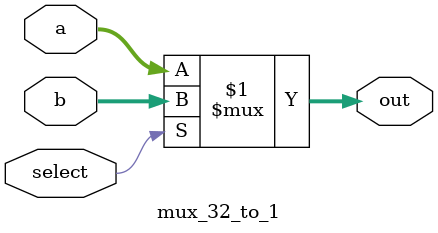
<source format=v>
`timescale 1ns/1ps

/* 

    * Assignment - 6
    * Problem - 3
    * Semester - 5 (Autumn)
    * Group - 56
    * Group members - Utsav Mehta (20CS10069) and Vibhu (20CS10072)

*/

module mux_32_to_1(a, b, select, out);

    input [31:0] a, b;
    input select;
    output [31:0] out;

    assign out = (select) ? b : a;

endmodule
</source>
